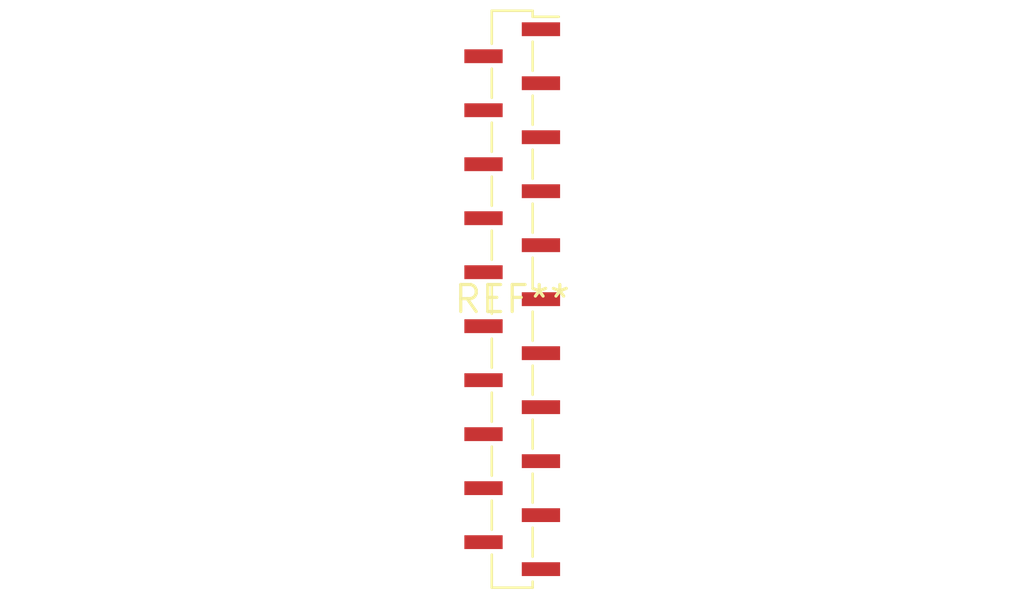
<source format=kicad_pcb>
(kicad_pcb (version 20240108) (generator pcbnew)
  (layers (0 "F.Cu" signal) (31 "B.Cu" signal) (34 "B.Paste" user) (35 "F.Paste" user) (36 "B.SilkS" user "B.Silkscreen") (37 "F.SilkS" user "F.Silkscreen") (38 "B.Mask" user) (39 "F.Mask" user) (44 "Edge.Cuts" user))
  (net 0 "")
  (footprint "PinSocket_1x21_P1.27mm_Vertical_SMD_Pin1Right" (layer "F.Cu") (at 0 0)
    (property "Reference" "REF**")
    (property "Value" "PinSocket_1x21_P1.27mm_Vertical_SMD_Pin1Right")
    (fp_line (start -0.96 -13.57) (end -0.96 -12.015) (layer "F.SilkS") (stroke (width 0.12)))
    (fp_line (start -0.96 -13.57) (end 0.96 -13.57) (layer "F.SilkS") (stroke (width 0.12)))
    (fp_line (start -0.96 -10.845) (end -0.96 -9.475) (layer "F.SilkS") (stroke (width 0.12)))
    (fp_line (start -0.96 -8.305) (end -0.96 -6.935) (layer "F.SilkS") (stroke (width 0.12)))
    (fp_line (start -0.96 -5.765) (end -0.96 -4.395) (layer "F.SilkS") (stroke (width 0.12)))
    (fp_line (start -0.96 -3.225) (end -0.96 -1.855) (layer "F.SilkS") (stroke (width 0.12)))
    (fp_line (start -0.96 -0.685) (end -0.96 0.685) (layer "F.SilkS") (stroke (width 0.12)))
    (fp_line (start -0.96 1.855) (end -0.96 3.225) (layer "F.SilkS") (stroke (width 0.12)))
    (fp_line (start -0.96 4.395) (end -0.96 5.765) (layer "F.SilkS") (stroke (width 0.12)))
    (fp_line (start -0.96 6.935) (end -0.96 8.305) (layer "F.SilkS") (stroke (width 0.12)))
    (fp_line (start -0.96 9.475) (end -0.96 10.845) (layer "F.SilkS") (stroke (width 0.12)))
    (fp_line (start -0.96 12.015) (end -0.96 13.57) (layer "F.SilkS") (stroke (width 0.12)))
    (fp_line (start -0.96 13.57) (end 0.96 13.57) (layer "F.SilkS") (stroke (width 0.12)))
    (fp_line (start 0.96 -13.57) (end 0.96 -13.285) (layer "F.SilkS") (stroke (width 0.12)))
    (fp_line (start 0.96 -13.285) (end 2.19 -13.285) (layer "F.SilkS") (stroke (width 0.12)))
    (fp_line (start 0.96 -12.115) (end 0.96 -10.745) (layer "F.SilkS") (stroke (width 0.12)))
    (fp_line (start 0.96 -9.575) (end 0.96 -8.205) (layer "F.SilkS") (stroke (width 0.12)))
    (fp_line (start 0.96 -7.035) (end 0.96 -5.665) (layer "F.SilkS") (stroke (width 0.12)))
    (fp_line (start 0.96 -4.495) (end 0.96 -3.125) (layer "F.SilkS") (stroke (width 0.12)))
    (fp_line (start 0.96 -1.955) (end 0.96 -0.585) (layer "F.SilkS") (stroke (width 0.12)))
    (fp_line (start 0.96 0.585) (end 0.96 1.955) (layer "F.SilkS") (stroke (width 0.12)))
    (fp_line (start 0.96 3.125) (end 0.96 4.495) (layer "F.SilkS") (stroke (width 0.12)))
    (fp_line (start 0.96 5.665) (end 0.96 7.035) (layer "F.SilkS") (stroke (width 0.12)))
    (fp_line (start 0.96 8.205) (end 0.96 9.575) (layer "F.SilkS") (stroke (width 0.12)))
    (fp_line (start 0.96 10.745) (end 0.96 12.115) (layer "F.SilkS") (stroke (width 0.12)))
    (fp_line (start 0.96 13.285) (end 0.96 13.57) (layer "F.SilkS") (stroke (width 0.12)))
    (pad "1" smd rect (at 1.35 -12.7) (size 1.8 0.65) (layers "F.Cu" "F.Paste" "F.Mask"))
    (pad "2" smd rect (at -1.35 -11.43) (size 1.8 0.65) (layers "F.Cu" "F.Paste" "F.Mask"))
    (pad "3" smd rect (at 1.35 -10.16) (size 1.8 0.65) (layers "F.Cu" "F.Paste" "F.Mask"))
    (pad "4" smd rect (at -1.35 -8.89) (size 1.8 0.65) (layers "F.Cu" "F.Paste" "F.Mask"))
    (pad "5" smd rect (at 1.35 -7.62) (size 1.8 0.65) (layers "F.Cu" "F.Paste" "F.Mask"))
    (pad "6" smd rect (at -1.35 -6.35) (size 1.8 0.65) (layers "F.Cu" "F.Paste" "F.Mask"))
    (pad "7" smd rect (at 1.35 -5.08) (size 1.8 0.65) (layers "F.Cu" "F.Paste" "F.Mask"))
    (pad "8" smd rect (at -1.35 -3.81) (size 1.8 0.65) (layers "F.Cu" "F.Paste" "F.Mask"))
    (pad "9" smd rect (at 1.35 -2.54) (size 1.8 0.65) (layers "F.Cu" "F.Paste" "F.Mask"))
    (pad "10" smd rect (at -1.35 -1.27) (size 1.8 0.65) (layers "F.Cu" "F.Paste" "F.Mask"))
    (pad "11" smd rect (at 1.35 0) (size 1.8 0.65) (layers "F.Cu" "F.Paste" "F.Mask"))
    (pad "12" smd rect (at -1.35 1.27) (size 1.8 0.65) (layers "F.Cu" "F.Paste" "F.Mask"))
    (pad "13" smd rect (at 1.35 2.54) (size 1.8 0.65) (layers "F.Cu" "F.Paste" "F.Mask"))
    (pad "14" smd rect (at -1.35 3.81) (size 1.8 0.65) (layers "F.Cu" "F.Paste" "F.Mask"))
    (pad "15" smd rect (at 1.35 5.08) (size 1.8 0.65) (layers "F.Cu" "F.Paste" "F.Mask"))
    (pad "16" smd rect (at -1.35 6.35) (size 1.8 0.65) (layers "F.Cu" "F.Paste" "F.Mask"))
    (pad "17" smd rect (at 1.35 7.62) (size 1.8 0.65) (layers "F.Cu" "F.Paste" "F.Mask"))
    (pad "18" smd rect (at -1.35 8.89) (size 1.8 0.65) (layers "F.Cu" "F.Paste" "F.Mask"))
    (pad "19" smd rect (at 1.35 10.16) (size 1.8 0.65) (layers "F.Cu" "F.Paste" "F.Mask"))
    (pad "20" smd rect (at -1.35 11.43) (size 1.8 0.65) (layers "F.Cu" "F.Paste" "F.Mask"))
    (pad "21" smd rect (at 1.35 12.7) (size 1.8 0.65) (layers "F.Cu" "F.Paste" "F.Mask"))
  )
)
</source>
